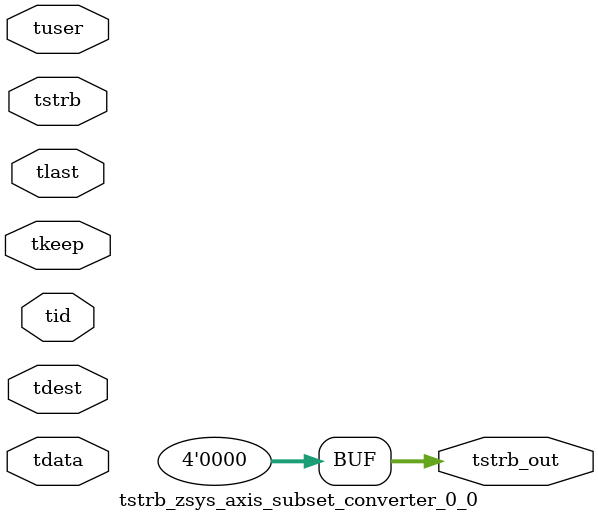
<source format=v>


`timescale 1ps/1ps

module tstrb_zsys_axis_subset_converter_0_0 #
(
parameter C_S_AXIS_TDATA_WIDTH = 32,
parameter C_S_AXIS_TUSER_WIDTH = 0,
parameter C_S_AXIS_TID_WIDTH   = 0,
parameter C_S_AXIS_TDEST_WIDTH = 0,
parameter C_M_AXIS_TDATA_WIDTH = 32
)
(
input  [(C_S_AXIS_TDATA_WIDTH == 0 ? 1 : C_S_AXIS_TDATA_WIDTH)-1:0     ] tdata,
input  [(C_S_AXIS_TUSER_WIDTH == 0 ? 1 : C_S_AXIS_TUSER_WIDTH)-1:0     ] tuser,
input  [(C_S_AXIS_TID_WIDTH   == 0 ? 1 : C_S_AXIS_TID_WIDTH)-1:0       ] tid,
input  [(C_S_AXIS_TDEST_WIDTH == 0 ? 1 : C_S_AXIS_TDEST_WIDTH)-1:0     ] tdest,
input  [(C_S_AXIS_TDATA_WIDTH/8)-1:0 ] tkeep,
input  [(C_S_AXIS_TDATA_WIDTH/8)-1:0 ] tstrb,
input                                                                    tlast,
output [(C_M_AXIS_TDATA_WIDTH/8)-1:0 ] tstrb_out
);

assign tstrb_out = {1'b0};

endmodule


</source>
